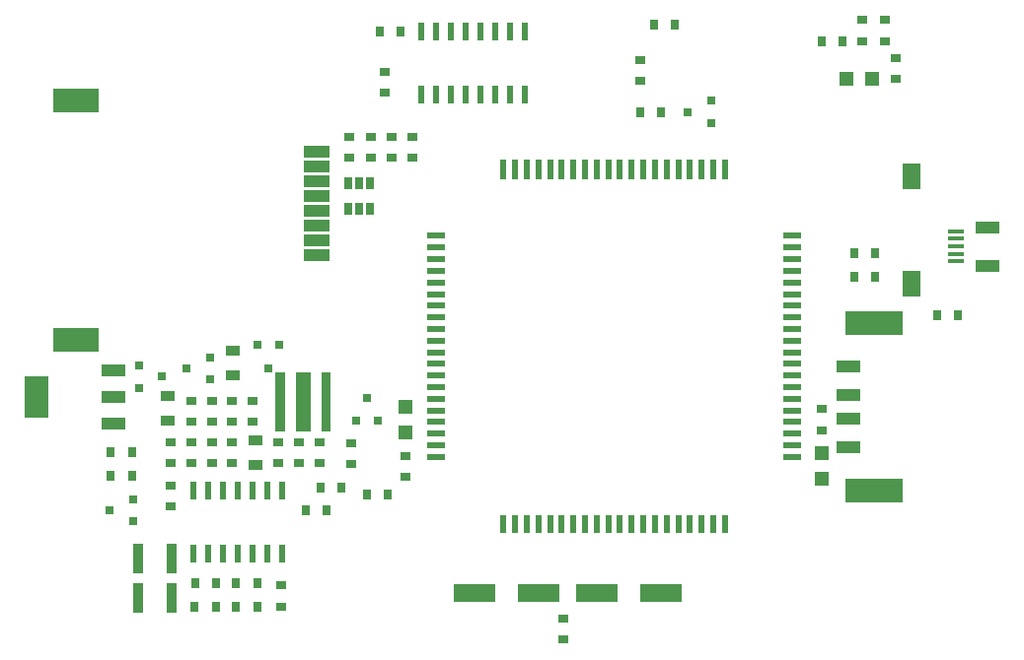
<source format=gtp>
G04 #@! TF.FileFunction,Paste,Top*
%FSLAX46Y46*%
G04 Gerber Fmt 4.6, Leading zero omitted, Abs format (unit mm)*
G04 Created by KiCad (PCBNEW 4.0.2-stable) date 4/24/2017 9:06:07 AM*
%MOMM*%
G01*
G04 APERTURE LIST*
%ADD10C,0.100000*%
%ADD11R,0.900000X0.700000*%
%ADD12R,0.800100X0.800100*%
%ADD13R,3.599180X1.600200*%
%ADD14R,0.600000X1.500000*%
%ADD15R,2.032000X3.657600*%
%ADD16R,2.032000X1.016000*%
%ADD17R,0.650000X1.060000*%
%ADD18R,1.250000X1.200000*%
%ADD19R,0.700000X0.900000*%
%ADD20R,1.350000X0.400000*%
%ADD21R,2.100000X1.100000*%
%ADD22R,2.300000X1.000000*%
%ADD23R,4.000000X2.000000*%
%ADD24R,1.600000X2.180000*%
%ADD25R,0.600000X1.800000*%
%ADD26R,1.500000X0.600000*%
%ADD27R,1.300000X0.900000*%
%ADD28R,0.900000X0.800000*%
%ADD29R,0.800000X0.900000*%
%ADD30R,0.900000X2.500000*%
%ADD31R,1.200000X1.250000*%
%ADD32R,2.000000X1.000000*%
%ADD33R,5.000000X2.000000*%
G04 APERTURE END LIST*
D10*
D11*
X115700000Y-20250000D03*
X115700000Y-18450000D03*
D12*
X51699240Y-48150000D03*
X51699240Y-50050000D03*
X53698220Y-49100000D03*
D13*
X86050820Y-67700000D03*
X80549180Y-67700000D03*
X91049180Y-67700000D03*
X96550820Y-67700000D03*
D14*
X63985000Y-58875000D03*
X62715000Y-58875000D03*
X61445000Y-58875000D03*
X60175000Y-58875000D03*
X58905000Y-58875000D03*
X57635000Y-58875000D03*
X56365000Y-58875000D03*
X56365000Y-64275000D03*
X57635000Y-64275000D03*
X58905000Y-64275000D03*
X60175000Y-64275000D03*
X61445000Y-64275000D03*
X62715000Y-64275000D03*
X63985000Y-64275000D03*
D15*
X42898000Y-50850000D03*
D16*
X49502000Y-50850000D03*
X49502000Y-48564000D03*
X49502000Y-53136000D03*
D14*
X75980000Y-24825000D03*
X77250000Y-24825000D03*
X78520000Y-24825000D03*
X79790000Y-24825000D03*
X81060000Y-24825000D03*
X82330000Y-24825000D03*
X83600000Y-24825000D03*
X84870000Y-24825000D03*
X84870000Y-19425000D03*
X83600000Y-19425000D03*
X82330000Y-19425000D03*
X81060000Y-19425000D03*
X79790000Y-19425000D03*
X78520000Y-19425000D03*
X77250000Y-19425000D03*
X75980000Y-19425000D03*
D17*
X71550000Y-32500000D03*
X70600000Y-32500000D03*
X69650000Y-32500000D03*
X69650000Y-34700000D03*
X71550000Y-34700000D03*
X70600000Y-34700000D03*
D18*
X74600000Y-53900000D03*
X74600000Y-51700000D03*
X110300000Y-55700000D03*
X110300000Y-57900000D03*
D11*
X116650000Y-23500000D03*
X116650000Y-21700000D03*
D19*
X110300000Y-20250000D03*
X112100000Y-20250000D03*
D20*
X121837460Y-39200900D03*
X121837460Y-38550900D03*
X121837460Y-37900900D03*
X121837460Y-37250900D03*
X121837460Y-36600900D03*
D21*
X124550000Y-39550000D03*
X124550000Y-36250000D03*
D22*
X66995000Y-38670000D03*
X66995000Y-36130000D03*
X66995000Y-33590000D03*
X66995000Y-29780000D03*
X66995000Y-37400000D03*
X66995000Y-34860000D03*
X66995000Y-32320000D03*
X66995000Y-31050000D03*
D23*
X46300000Y-45950000D03*
X46300000Y-25400000D03*
D12*
X63750000Y-46399240D03*
X61850000Y-46399240D03*
X62800000Y-48398220D03*
X51200760Y-61550000D03*
X51200760Y-59650000D03*
X49201780Y-60600000D03*
X57800760Y-49350000D03*
X57800760Y-47450000D03*
X55801780Y-48400000D03*
X70350000Y-52900760D03*
X72250000Y-52900760D03*
X71300000Y-50901780D03*
X100800760Y-27300000D03*
X100800760Y-25400000D03*
X98801780Y-26350000D03*
D24*
X117997680Y-41102430D03*
X118002320Y-31897570D03*
D25*
X102000000Y-31250000D03*
X101000000Y-31250000D03*
X100000000Y-31250000D03*
X99000000Y-31250000D03*
X98000000Y-31250000D03*
X97000000Y-31250000D03*
X96000000Y-31250000D03*
X95000000Y-31250000D03*
X94000000Y-31250000D03*
X93000000Y-31250000D03*
X92000000Y-31250000D03*
X91000000Y-31250000D03*
X90000000Y-31250000D03*
X89000000Y-31250000D03*
X88000000Y-31250000D03*
X87000000Y-31250000D03*
X86000000Y-31250000D03*
X85000000Y-31250000D03*
X84000000Y-31250000D03*
X83000000Y-31250000D03*
D26*
X77250000Y-37000000D03*
X77250000Y-38000000D03*
X77250000Y-39000000D03*
X77250000Y-40000000D03*
X77250000Y-41000000D03*
X77250000Y-42000000D03*
X77250000Y-43000000D03*
X77250000Y-44000000D03*
X77250000Y-45000000D03*
X77250000Y-46000000D03*
X77250000Y-47000000D03*
X77250000Y-48000000D03*
X77250000Y-49000000D03*
X77250000Y-50000000D03*
X77250000Y-51000000D03*
X77250000Y-52000000D03*
X77250000Y-53000000D03*
X77250000Y-54000000D03*
X77250000Y-55000000D03*
X77250000Y-56000000D03*
D14*
X83000000Y-61750000D03*
X84000000Y-61750000D03*
X85000000Y-61750000D03*
X86000000Y-61750000D03*
X87000000Y-61750000D03*
X88000000Y-61750000D03*
X89000000Y-61750000D03*
X90000000Y-61750000D03*
X91000000Y-61750000D03*
X92000000Y-61750000D03*
X93000000Y-61750000D03*
X94000000Y-61750000D03*
X95000000Y-61750000D03*
X96000000Y-61750000D03*
X97000000Y-61750000D03*
X98000000Y-61750000D03*
X99000000Y-61750000D03*
X100000000Y-61750000D03*
X101000000Y-61750000D03*
X102000000Y-61750000D03*
D26*
X107750000Y-56000000D03*
X107750000Y-55000000D03*
X107750000Y-54000000D03*
X107750000Y-53000000D03*
X107750000Y-52000000D03*
X107750000Y-51000000D03*
X107750000Y-50000000D03*
X107750000Y-49000000D03*
X107750000Y-48000000D03*
X107750000Y-47000000D03*
X107750000Y-46000000D03*
X107750000Y-45000000D03*
X107750000Y-44000000D03*
X107750000Y-43000000D03*
X107750000Y-42000000D03*
X107750000Y-41000000D03*
X107750000Y-40000000D03*
X107750000Y-39000000D03*
X107750000Y-38000000D03*
X107750000Y-37000000D03*
D27*
X61700000Y-54550000D03*
X61700000Y-56650000D03*
X54200000Y-52900000D03*
X54200000Y-50800000D03*
X59800000Y-46850000D03*
X59800000Y-48950000D03*
D28*
X73400000Y-28500000D03*
X73400000Y-30300000D03*
X71600000Y-28500000D03*
X71600000Y-30300000D03*
X75200000Y-28500000D03*
X75200000Y-30300000D03*
D29*
X96550000Y-26350000D03*
X94750000Y-26350000D03*
D28*
X72800000Y-22900000D03*
X72800000Y-24700000D03*
D29*
X113100000Y-40500000D03*
X114900000Y-40500000D03*
X114900000Y-38500000D03*
X113100000Y-38500000D03*
X120200000Y-43800000D03*
X122000000Y-43800000D03*
D28*
X69900000Y-56600000D03*
X69900000Y-54800000D03*
D29*
X73100000Y-59200000D03*
X71300000Y-59200000D03*
D28*
X56200000Y-53000000D03*
X56200000Y-51200000D03*
D29*
X51100000Y-55600000D03*
X49300000Y-55600000D03*
X51100000Y-57600000D03*
X49300000Y-57600000D03*
D28*
X57950000Y-51200000D03*
X57950000Y-53000000D03*
D29*
X67800000Y-60600000D03*
X66000000Y-60600000D03*
X61850000Y-68850000D03*
X60050000Y-68850000D03*
X58350000Y-66850000D03*
X56550000Y-66850000D03*
D28*
X65450000Y-54700000D03*
X65450000Y-56500000D03*
D29*
X60050000Y-66850000D03*
X61850000Y-66850000D03*
D28*
X63700000Y-54700000D03*
X63700000Y-56500000D03*
X61450000Y-53000000D03*
X61450000Y-51200000D03*
X59700000Y-51200000D03*
X59700000Y-53000000D03*
X56200000Y-56500000D03*
X56200000Y-54700000D03*
X59700000Y-56500000D03*
X59700000Y-54700000D03*
X57950000Y-56500000D03*
X57950000Y-54700000D03*
X54450000Y-60250000D03*
X54450000Y-58450000D03*
X54450000Y-54700000D03*
X54450000Y-56500000D03*
X88100000Y-69900000D03*
X88100000Y-71700000D03*
D19*
X58300000Y-68900000D03*
X56500000Y-68900000D03*
D11*
X63950000Y-68850000D03*
X63950000Y-67050000D03*
D19*
X69100000Y-58600000D03*
X67300000Y-58600000D03*
D11*
X67200000Y-54700000D03*
X67200000Y-56500000D03*
X74600000Y-55900000D03*
X74600000Y-57700000D03*
X110300000Y-53700000D03*
X110300000Y-51900000D03*
D19*
X95900000Y-18800000D03*
X97700000Y-18800000D03*
D11*
X94700000Y-23700000D03*
X94700000Y-21900000D03*
D19*
X74150000Y-19400000D03*
X72350000Y-19400000D03*
D11*
X69800000Y-28500000D03*
X69800000Y-30300000D03*
X113800000Y-20250000D03*
X113800000Y-18450000D03*
D30*
X54550000Y-64700000D03*
X51650000Y-64700000D03*
X54550000Y-68100000D03*
X51650000Y-68100000D03*
D31*
X114600000Y-23500000D03*
X112400000Y-23500000D03*
D10*
G36*
X63450000Y-53850000D02*
X63450000Y-48750000D01*
X64250000Y-48750000D01*
X64250000Y-53850000D01*
X63450000Y-53850000D01*
X63450000Y-53850000D01*
G37*
G36*
X65150000Y-53850000D02*
X65150000Y-48750000D01*
X66450000Y-48750000D01*
X66450000Y-53850000D01*
X65150000Y-53850000D01*
X65150000Y-53850000D01*
G37*
G36*
X67350000Y-53850000D02*
X67350000Y-48750000D01*
X68150000Y-48750000D01*
X68150000Y-53850000D01*
X67350000Y-53850000D01*
X67350000Y-53850000D01*
G37*
D32*
X112600000Y-55200000D03*
X112600000Y-52700000D03*
X112600000Y-50700000D03*
X112600000Y-48200000D03*
D33*
X114800000Y-58900000D03*
X114800000Y-44500000D03*
M02*

</source>
